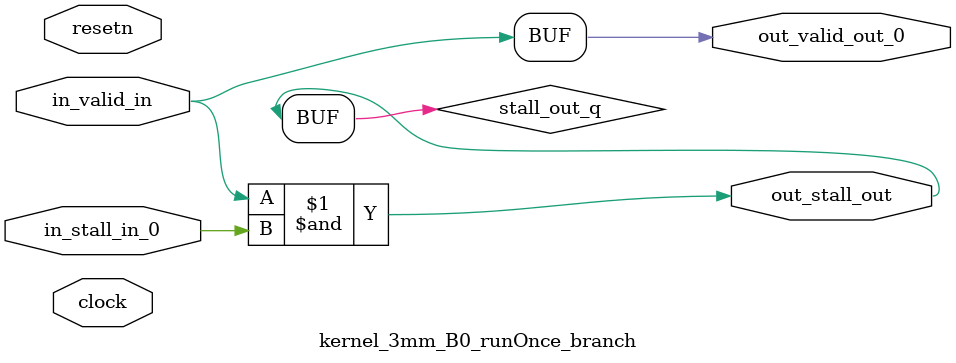
<source format=sv>



(* altera_attribute = "-name AUTO_SHIFT_REGISTER_RECOGNITION OFF; -name MESSAGE_DISABLE 10036; -name MESSAGE_DISABLE 10037; -name MESSAGE_DISABLE 14130; -name MESSAGE_DISABLE 14320; -name MESSAGE_DISABLE 15400; -name MESSAGE_DISABLE 14130; -name MESSAGE_DISABLE 10036; -name MESSAGE_DISABLE 12020; -name MESSAGE_DISABLE 12030; -name MESSAGE_DISABLE 12010; -name MESSAGE_DISABLE 12110; -name MESSAGE_DISABLE 14320; -name MESSAGE_DISABLE 13410; -name MESSAGE_DISABLE 113007; -name MESSAGE_DISABLE 10958" *)
module kernel_3mm_B0_runOnce_branch (
    input wire [0:0] in_stall_in_0,
    input wire [0:0] in_valid_in,
    output wire [0:0] out_stall_out,
    output wire [0:0] out_valid_out_0,
    input wire clock,
    input wire resetn
    );

    wire [0:0] stall_out_q;


    // stall_out(LOGICAL,6)
    assign stall_out_q = in_valid_in & in_stall_in_0;

    // out_stall_out(GPOUT,4)
    assign out_stall_out = stall_out_q;

    // out_valid_out_0(GPOUT,5)
    assign out_valid_out_0 = in_valid_in;

endmodule

</source>
